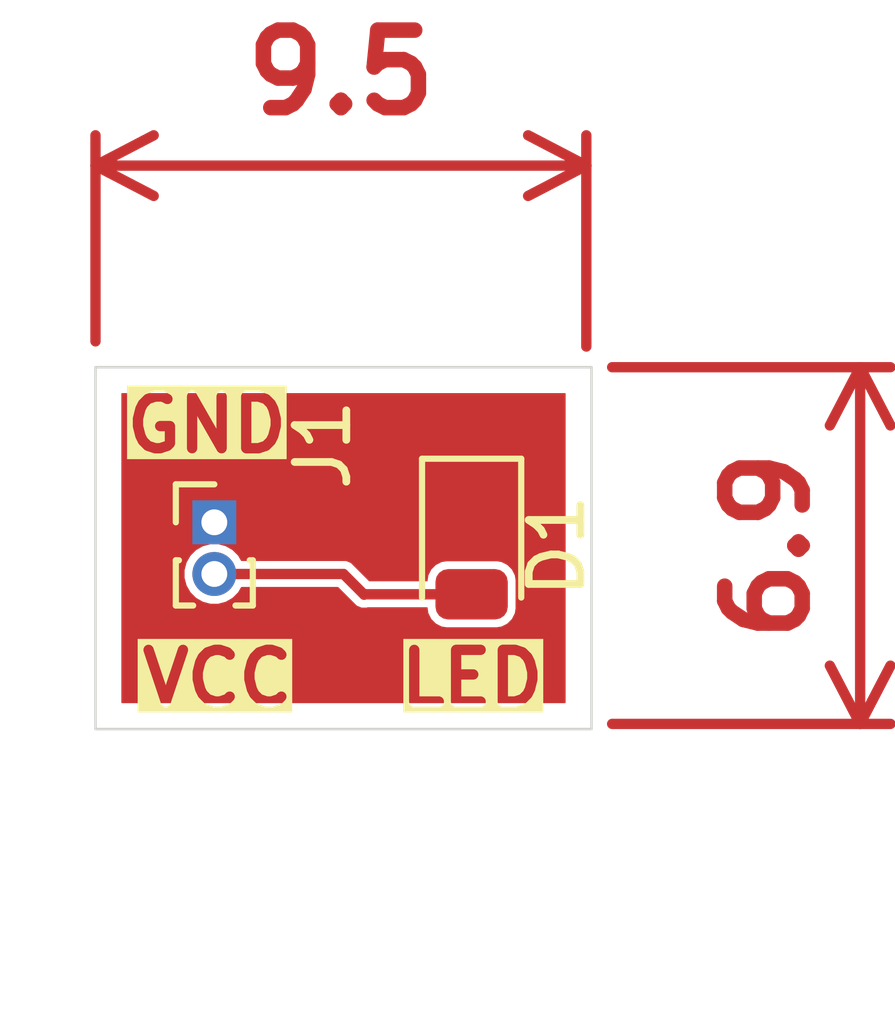
<source format=kicad_pcb>
(kicad_pcb (version 20241229) (generator "pcbnew") (generator_version "9.0")
  (layers (0 "F.Cu" signal) (2 "B.Cu" signal) (13 "F.Paste" user) (15 "B.Paste" user) (5 "F.SilkS" user "F.Silkscreen") (7 "B.SilkS" user "B.Silkscreen") (1 "F.Mask" user) (3 "B.Mask" user) (25 "Edge.Cuts" user))
  (net 0 "")
  (net 1 "GND")
  (net 2 "VCC")
  (footprint "LED_SMD:LED_0805_2012Metric" (layer "F.Cu") (at 141.98 101.855 -90)
    (property "Reference" "D1" (at 0 -1.65 90) (layer "F.SilkS"))
    (property "Value" "LED")
    (fp_line (start -1.685 0.96) (end 1 0.96) (stroke (width 0.12)) (layer "F.SilkS"))
    (fp_line (start -1.685 -0.96) (end -1.685 0.96) (stroke (width 0.12)) (layer "F.SilkS"))
    (fp_line (start 1 -0.96) (end -1.685 -0.96) (stroke (width 0.12)) (layer "F.SilkS"))
    (pad "1" smd roundrect (at -0.9375 0 270) (size 0.975 1.4) (layers "F.Cu" "F.Mask" "F.Paste") (net 1 "GND"))
    (pad "2" smd roundrect (at 0.9375 0 270) (size 0.975 1.4) (layers "F.Cu" "F.Mask" "F.Paste") (net 2 "VCC"))
  )
  (footprint "Connector_PinHeader_1.00mm:PinHeader_1x02_P1.00mm_Vertical" (layer "F.Cu") (at 137 101.4)
    (property "Reference" "J1" (at 2.1 -1.5 90) (layer "F.SilkS"))
    (property "Value" "Conn_01x02_Socket")
    (fp_line (start -0.745 -0.735) (end 0 -0.735) (stroke (width 0.12)) (layer "F.SilkS"))
    (fp_line (start -0.745 0) (end -0.745 -0.735) (stroke (width 0.12)) (layer "F.SilkS"))
    (fp_line (start -0.745 0.735) (end -0.745 1.61) (stroke (width 0.12)) (layer "F.SilkS"))
    (fp_line (start -0.745 0.735) (end -0.685565 0.735) (stroke (width 0.12)) (layer "F.SilkS"))
    (fp_line (start -0.745 1.61) (end -0.41003 1.61) (stroke (width 0.12)) (layer "F.SilkS"))
    (fp_line (start 0.41003 1.61) (end 0.745 1.61) (stroke (width 0.12)) (layer "F.SilkS"))
    (fp_line (start 0.685565 0.735) (end 0.745 0.735) (stroke (width 0.12)) (layer "F.SilkS"))
    (fp_line (start 0.745 0.735) (end 0.745 1.61) (stroke (width 0.12)) (layer "F.SilkS"))
    (pad "1" thru_hole rect (at 0 0) (size 0.85 0.85) (drill 0.5) (layers "*.Cu" "*.Mask") (net 1 "GND"))
    (pad "2" thru_hole circle (at 0 1) (size 0.85 0.85) (drill 0.5) (layers "*.Cu" "*.Mask") (net 2 "VCC"))
  )
  (gr_rect (start 134.7 98.4) (end 144.3 105.4) (stroke (width 0.05)) (fill no) (layer "Edge.Cuts"))
  (gr_text "VCC" (at 135.5 105 0) (layer "F.SilkS" knockout) (effects (font (size 1 1) (thickness 0.2) (bold yes)) (justify left bottom)))
  (gr_text "LED\n" (at 140.5 105 0) (layer "F.SilkS" knockout) (effects (font (size 1 1) (thickness 0.2) (bold yes)) (justify left bottom)))
  (gr_text "GND" (at 135.2 100.1 0) (layer "F.SilkS" knockout) (effects (font (size 1 1) (thickness 0.2) (bold yes)) (justify left bottom)))
  (dimension (type orthogonal) (layer "F.Cu") (pts (xy 144.2 98.4) (xy 144.2 105.3)) (height 5.3) (orientation 1) (format (prefix "") (suffix "") (units 3) (units_format 0) (precision 4) (suppress_zeroes yes)) (style (thickness 0.2) (arrow_length 1.27) (text_position_mode 0) (arrow_direction outward) (extension_height 0.58642) (extension_offset 0.5) (keep_text_aligned yes)) (gr_text "6.9" (at 147.7 101.85 90) (layer "F.Cu") (effects (font (size 1.5 1.5) (thickness 0.3)))))
  (dimension (type orthogonal) (layer "F.Cu") (pts (xy 134.7 98.4) (xy 144.2 98.5)) (height -3.9) (orientation 0) (format (prefix "") (suffix "") (units 3) (units_format 0) (precision 4) (suppress_zeroes yes)) (style (thickness 0.2) (arrow_length 1.27) (text_position_mode 0) (arrow_direction outward) (extension_height 0.58642) (extension_offset 0.5) (keep_text_aligned yes)) (gr_text "9.5" (at 139.45 92.7 0) (layer "F.Cu") (effects (font (size 1.5 1.5) (thickness 0.3)))))
  (segment (start 139.5 102.4) (end 139.9 102.8) (width 0.2) (layer "F.Cu") (net 2))
  (segment (start 139.9 102.8) (end 139.9075 102.7925) (width 0.2) (layer "F.Cu") (net 2))
  (segment (start 139.9075 102.7925) (end 141.98 102.7925) (width 0.2) (layer "F.Cu") (net 2))
  (segment (start 137 102.4) (end 139.5 102.4) (width 0.2) (layer "F.Cu") (net 2))
  (zone (net 1) (net_name "GND") (layer "F.Cu") (connect_pads yes (clearance 0.15)) (min_thickness 0.025) (fill yes (thermal_gap 0.5) (thermal_bridge_width 0.5))
    (polygon (pts (xy 134.8 98.5) (xy 144.2 98.5) (xy 144.2 105.3) (xy 134.8 105.3)))
  )
)
</source>
